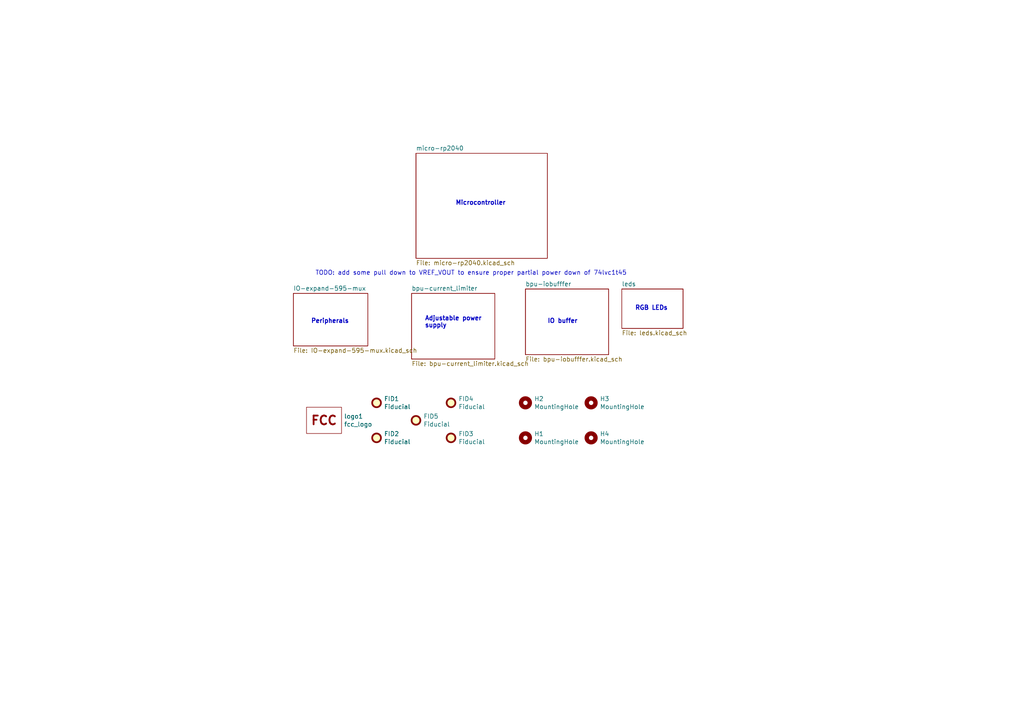
<source format=kicad_sch>
(kicad_sch (version 20231120) (generator "eeschema") (generator_version "8.0")
  (paper "A4")
  (lib_symbols
    (symbol "DP_logo_kicad:fcc_logo" (pin_names (offset 1.016))
      (property "Reference" "logo" (at 0 5.08 0))
      (property "Value" "fcc_logo" (at 0 -5.08 0))
      (symbol "fcc_logo_0_0"
        (rectangle (start -5.08 3.81) (end 5.08 -3.81))
        (text "FCC" (at 0 0 0) (effects (font (size 2.54 2.54) (bold yes))))
      )
    )
    (symbol "Mechanical:Fiducial"
      (property "Reference" "FID" (at 0 5.08 0))
      (property "Value" "Fiducial" (at 0 3.175 0))
      (symbol "Fiducial_0_1"
        (circle (center 0 0) (radius 1.27) (stroke (width 0.508)) (fill (type background)))
      )
    )
    (symbol "Mechanical:MountingHole" (pin_names (offset 1.016))
      (property "Reference" "H" (at 0 5.08 0))
      (property "Value" "MountingHole" (at 0 3.175 0))
      (symbol "MountingHole_0_1"
        (circle (center 0 0) (radius 1.27) (stroke (width 1.27)))
      )
    )
  )
  (text "Microcontroller" (at 132.08 59.69 0) (effects (font (size 1.27 1.27) (thickness 0.254) (bold yes)) (justify left bottom)))
  (text "Adjustable power \nsupply" (at 123.19 95.25 0) (effects (font (size 1.27 1.27) (thickness 0.254) (bold yes)) (justify left bottom)))
  (text "TODO: add some pull down to VREF_VOUT to ensure proper partial power down of 74lvc1t45" (at 91.44 80.01 0) (effects (font (size 1.27 1.27)) (justify left bottom)))
  (text "IO buffer" (at 158.75 93.98 0) (effects (font (size 1.27 1.27) (thickness 0.254) (bold yes)) (justify left bottom)))
  (text "Peripherals" (at 90.17 93.98 0) (effects (font (size 1.27 1.27) (thickness 0.254) (bold yes)) (justify left bottom)))
  (text "RGB LEDs" (at 184.15 90.17 0) (effects (font (size 1.27 1.27) (thickness 0.254) (bold yes)) (justify left bottom)))
  (symbol (lib_id "Mechanical:MountingHole") (at 152.4 116.84 0) (unit 1)
    (property "Reference" "H2" (at 154.94 115.6716 0) (effects (justify left)))
    (property "Value" "MountingHole" (at 154.94 117.983 0) (effects (justify left)))
    (property "Footprint" "MountingHole:MountingHole_3.2mm_M3" (effects (hide yes)))
  )
  (symbol (lib_id "Mechanical:MountingHole") (at 152.4 127 0) (unit 1)
    (property "Reference" "H1" (at 154.94 125.8316 0) (effects (justify left)))
    (property "Value" "MountingHole" (at 154.94 128.143 0) (effects (justify left)))
    (property "Footprint" "MountingHole:MountingHole_3.2mm_M3" (effects (hide yes)))
  )
  (symbol (lib_id "Mechanical:MountingHole") (at 171.45 116.84 0) (unit 1)
    (property "Reference" "H3" (at 173.99 115.6716 0) (effects (justify left)))
    (property "Value" "MountingHole" (at 173.99 117.983 0) (effects (justify left)))
    (property "Footprint" "MountingHole:MountingHole_3.2mm_M3" (effects (hide yes)))
  )
  (symbol (lib_id "Mechanical:MountingHole") (at 171.45 127 0) (unit 1)
    (property "Reference" "H4" (at 173.99 125.8316 0) (effects (justify left)))
    (property "Value" "MountingHole" (at 173.99 128.143 0) (effects (justify left)))
    (property "Footprint" "MountingHole:MountingHole_3.2mm_M3" (effects (hide yes)))
  )
  (symbol (lib_id "Mechanical:Fiducial") (at 109.22 116.84 0) (unit 1)
    (property "Reference" "FID1" (at 111.379 115.6716 0) (effects (justify left)))
    (property "Value" "Fiducial" (at 111.379 117.983 0) (effects (justify left)))
    (property "Footprint" "Fiducial:Fiducial_1mm_Mask2mm" (effects (hide yes)))
  )
  (symbol (lib_id "Mechanical:Fiducial") (at 109.22 127 0) (unit 1)
    (property "Reference" "FID2" (at 111.379 125.8316 0) (effects (justify left)))
    (property "Value" "Fiducial" (at 111.379 128.143 0) (effects (justify left)))
    (property "Footprint" "Fiducial:Fiducial_1mm_Mask2mm" (effects (hide yes)))
  )
  (symbol (lib_id "Mechanical:Fiducial") (at 130.81 127 0) (unit 1)
    (property "Reference" "FID3" (at 132.969 125.8316 0) (effects (justify left)))
    (property "Value" "Fiducial" (at 132.969 128.143 0) (effects (justify left)))
    (property "Footprint" "Fiducial:Fiducial_1mm_Mask2mm" (effects (hide yes)))
  )
  (symbol (lib_id "Mechanical:Fiducial") (at 130.81 116.84 0) (unit 1)
    (property "Reference" "FID4" (at 132.969 115.6716 0) (effects (justify left)))
    (property "Value" "Fiducial" (at 132.969 117.983 0) (effects (justify left)))
    (property "Footprint" "Fiducial:Fiducial_1mm_Mask2mm" (effects (hide yes)))
  )
  (symbol (lib_id "Mechanical:Fiducial") (at 120.65 121.92 0) (unit 1)
    (property "Reference" "FID5" (at 122.809 120.7516 0) (effects (justify left)))
    (property "Value" "Fiducial" (at 122.809 123.063 0) (effects (justify left)))
    (property "Footprint" "Fiducial:Fiducial_1mm_Mask2mm" (effects (hide yes)))
  )
  (symbol (lib_id "DP_logo_kicad:fcc_logo") (at 93.98 121.92 0) (unit 1)
    (property "Reference" "logo1" (at 99.7712 120.7516 0) (effects (justify left)))
    (property "Value" "fcc_logo" (at 99.7712 123.063 0) (effects (justify left)))
    (property "Footprint" "dp-logo:logo_fcc" (effects (hide yes)))
  )
  (sheet (at 152.4 83.82) (size 24.13 19.05)
    (property "Sheetname" "bpu-iobufffer" (at 152.4 83.1084 0) (effects (justify left bottom)))
    (property "Sheetfile" "bpu-iobufffer.kicad_sch" (at 152.4 103.4546 0) (effects (justify left top)))
  )
  (sheet (at 119.38 85.09) (size 24.13 19.05)
    (property "Sheetname" "bpu-current_limiter" (at 119.38 84.3784 0) (effects (justify left bottom)))
    (property "Sheetfile" "bpu-current_limiter.kicad_sch" (at 119.38 104.7246 0) (effects (justify left top)))
  )
  (sheet (at 120.65 44.45) (size 38.1 30.48)
    (property "Sheetname" "micro-rp2040" (at 120.65 43.7384 0) (effects (justify left bottom)))
    (property "Sheetfile" "micro-rp2040.kicad_sch" (at 120.65 75.5146 0) (effects (justify left top)))
  )
  (sheet (at 85.09 85.09) (size 21.59 15.24)
    (property "Sheetname" "IO-expand-595-mux" (at 85.09 84.3784 0) (effects (justify left bottom)))
    (property "Sheetfile" "IO-expand-595-mux.kicad_sch" (at 85.09 100.9146 0) (effects (justify left top)))
  )
  (sheet (at 180.34 83.82) (size 17.78 11.43)
    (property "Sheetname" "leds" (at 180.34 83.1084 0) (effects (justify left bottom)))
    (property "Sheetfile" "leds.kicad_sch" (at 180.34 95.8346 0) (effects (justify left top)))
  )
)
</source>
